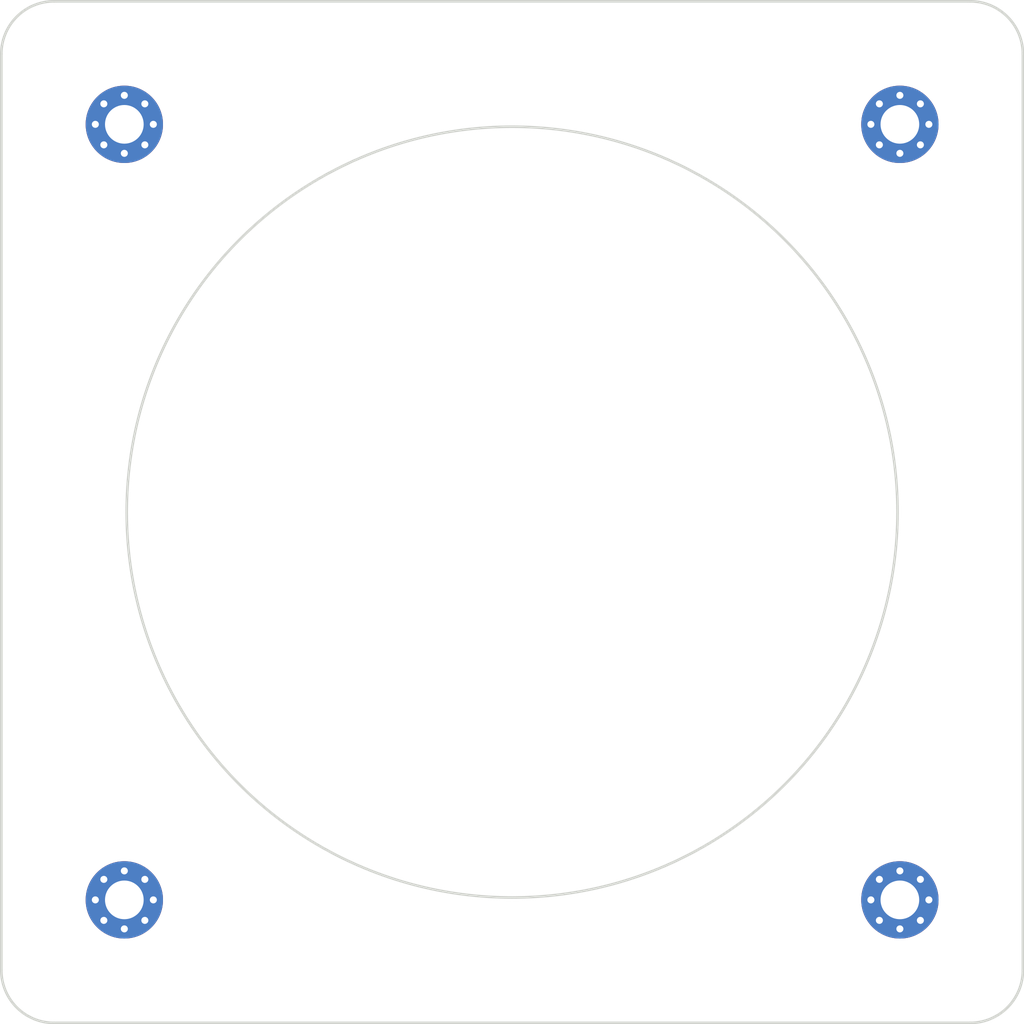
<source format=kicad_pcb>


(kicad_pcb (version 20171130) (host pcbnew 5.1.6)

  (page A3)
  (title_block
    (title "trackpad_cover")
    (rev "v1.0.0")
    (company "Unknown")
  )

  (general
    (thickness 1.6)
  )

  (layers
    (0 F.Cu signal)
    (31 B.Cu signal)
    (32 B.Adhes user)
    (33 F.Adhes user)
    (34 B.Paste user)
    (35 F.Paste user)
    (36 B.SilkS user)
    (37 F.SilkS user)
    (38 B.Mask user)
    (39 F.Mask user)
    (40 Dwgs.User user)
    (41 Cmts.User user)
    (42 Eco1.User user)
    (43 Eco2.User user)
    (44 Edge.Cuts user)
    (45 Margin user)
    (46 B.CrtYd user)
    (47 F.CrtYd user)
    (48 B.Fab user)
    (49 F.Fab user)
  )

  (setup
    (last_trace_width 0.25)
    (trace_clearance 0.2)
    (zone_clearance 0.508)
    (zone_45_only no)
    (trace_min 0.2)
    (via_size 0.8)
    (via_drill 0.4)
    (via_min_size 0.4)
    (via_min_drill 0.3)
    (uvia_size 0.3)
    (uvia_drill 0.1)
    (uvias_allowed no)
    (uvia_min_size 0.2)
    (uvia_min_drill 0.1)
    (edge_width 0.05)
    (segment_width 0.2)
    (pcb_text_width 0.3)
    (pcb_text_size 1.5 1.5)
    (mod_edge_width 0.12)
    (mod_text_size 1 1)
    (mod_text_width 0.15)
    (pad_size 1.524 1.524)
    (pad_drill 0.762)
    (pad_to_mask_clearance 0.05)
    (aux_axis_origin 0 0)
    (visible_elements FFFFFF7F)
    (pcbplotparams
      (layerselection 0x010fc_ffffffff)
      (usegerberextensions false)
      (usegerberattributes true)
      (usegerberadvancedattributes true)
      (creategerberjobfile true)
      (excludeedgelayer true)
      (linewidth 0.100000)
      (plotframeref false)
      (viasonmask false)
      (mode 1)
      (useauxorigin false)
      (hpglpennumber 1)
      (hpglpenspeed 20)
      (hpglpendiameter 15.000000)
      (psnegative false)
      (psa4output false)
      (plotreference true)
      (plotvalue true)
      (plotinvisibletext false)
      (padsonsilk false)
      (subtractmaskfromsilk false)
      (outputformat 1)
      (mirror false)
      (drillshape 1)
      (scaleselection 1)
      (outputdirectory ""))
  )

  (net 0 "")

  (net_class Default "This is the default net class."
    (clearance 0.2)
    (trace_width 0.25)
    (via_dia 0.8)
    (via_drill 0.4)
    (uvia_dia 0.3)
    (uvia_drill 0.1)
    (add_net "")
  )

  
    (module "MountingHole_2.2mm_M2_Pad_Via" (version 20210722) (generator pcbnew) (layer "F.Cu")
      (tedit 56DDB9C7)
      (at 160.75773900000002 218.6184817 0) 
    
      (fp_text reference "_1" (at 0 -3.2) (layer "F.SilkS") hide 
        (effects (font (size 1 1) (thickness 0.15)))
        (tstamp b68bb25c-687d-44b1-b966-dad4cac66b35)
      )
    
      (fp_circle (center 0 0) (end 2.45 0) (layer "F.CrtYd") (width 0.05) (fill none) (tstamp b2688462-c375-45d3-9095-3425fb17c88f))
      (pad "1" thru_hole circle locked (at 1.166726 1.166726) (size 0.7 0.7) (drill 0.4) (layers *.Cu *.Mask) (tstamp 2a7fc905-328f-4bbb-9222-ca8d15d03a86))
      (pad "1" thru_hole circle locked (at 0 0) (size 4.4 4.4) (drill 2.2) (layers *.Cu *.Mask) (tstamp 47ee1d53-0551-4b6d-bc24-3f3f14c73c36))
      (pad "1" thru_hole circle locked (at 0 1.65) (size 0.7 0.7) (drill 0.4) (layers *.Cu *.Mask) (tstamp 4eef65bc-4add-40d7-8319-14dcdbae0d44))
      (pad "1" thru_hole circle locked (at 1.166726 -1.166726) (size 0.7 0.7) (drill 0.4) (layers *.Cu *.Mask) (tstamp 56155f4d-2ebc-4ad4-8d82-7aa7846deba8))
      (pad "1" thru_hole circle locked (at -1.65 0) (size 0.7 0.7) (drill 0.4) (layers *.Cu *.Mask) (tstamp 787d6162-1d3c-4def-859e-6532ce27c1ef))
      (pad "1" thru_hole circle locked (at -1.166726 -1.166726) (size 0.7 0.7) (drill 0.4) (layers *.Cu *.Mask) (tstamp 8d699d12-7099-4814-bbe6-11bc74c6e8b2))
      (pad "1" thru_hole circle locked (at -1.166726 1.166726) (size 0.7 0.7) (drill 0.4) (layers *.Cu *.Mask) (tstamp 95ab0420-a56b-46ee-98ad-5072a1a93a6f))
      (pad "1" thru_hole circle locked (at 1.65 0) (size 0.7 0.7) (drill 0.4) (layers *.Cu *.Mask) (tstamp cde0acf2-b3b4-46de-9f6e-3ab519744000))
      (pad "1" thru_hole circle locked (at 0 -1.65) (size 0.7 0.7) (drill 0.4) (layers *.Cu *.Mask) (tstamp ff0de415-ae11-46fb-b780-c24aee621212))
    )

    (module "MountingHole_2.2mm_M2_Pad_Via" (version 20210722) (generator pcbnew) (layer "F.Cu")
      (tedit 56DDB9C7)
      (at 116.62773900000002 218.6184817 0) 
    
      (fp_text reference "_2" (at 0 -3.2) (layer "F.SilkS") hide 
        (effects (font (size 1 1) (thickness 0.15)))
        (tstamp b68bb25c-687d-44b1-b966-dad4cac66b35)
      )
    
      (fp_circle (center 0 0) (end 2.45 0) (layer "F.CrtYd") (width 0.05) (fill none) (tstamp b2688462-c375-45d3-9095-3425fb17c88f))
      (pad "1" thru_hole circle locked (at 1.166726 1.166726) (size 0.7 0.7) (drill 0.4) (layers *.Cu *.Mask) (tstamp 2a7fc905-328f-4bbb-9222-ca8d15d03a86))
      (pad "1" thru_hole circle locked (at 0 0) (size 4.4 4.4) (drill 2.2) (layers *.Cu *.Mask) (tstamp 47ee1d53-0551-4b6d-bc24-3f3f14c73c36))
      (pad "1" thru_hole circle locked (at 0 1.65) (size 0.7 0.7) (drill 0.4) (layers *.Cu *.Mask) (tstamp 4eef65bc-4add-40d7-8319-14dcdbae0d44))
      (pad "1" thru_hole circle locked (at 1.166726 -1.166726) (size 0.7 0.7) (drill 0.4) (layers *.Cu *.Mask) (tstamp 56155f4d-2ebc-4ad4-8d82-7aa7846deba8))
      (pad "1" thru_hole circle locked (at -1.65 0) (size 0.7 0.7) (drill 0.4) (layers *.Cu *.Mask) (tstamp 787d6162-1d3c-4def-859e-6532ce27c1ef))
      (pad "1" thru_hole circle locked (at -1.166726 -1.166726) (size 0.7 0.7) (drill 0.4) (layers *.Cu *.Mask) (tstamp 8d699d12-7099-4814-bbe6-11bc74c6e8b2))
      (pad "1" thru_hole circle locked (at -1.166726 1.166726) (size 0.7 0.7) (drill 0.4) (layers *.Cu *.Mask) (tstamp 95ab0420-a56b-46ee-98ad-5072a1a93a6f))
      (pad "1" thru_hole circle locked (at 1.65 0) (size 0.7 0.7) (drill 0.4) (layers *.Cu *.Mask) (tstamp cde0acf2-b3b4-46de-9f6e-3ab519744000))
      (pad "1" thru_hole circle locked (at 0 -1.65) (size 0.7 0.7) (drill 0.4) (layers *.Cu *.Mask) (tstamp ff0de415-ae11-46fb-b780-c24aee621212))
    )

    (module "MountingHole_2.2mm_M2_Pad_Via" (version 20210722) (generator pcbnew) (layer "F.Cu")
      (tedit 56DDB9C7)
      (at 160.75773900000002 262.74848169999996 0) 
    
      (fp_text reference "_3" (at 0 -3.2) (layer "F.SilkS") hide 
        (effects (font (size 1 1) (thickness 0.15)))
        (tstamp b68bb25c-687d-44b1-b966-dad4cac66b35)
      )
    
      (fp_circle (center 0 0) (end 2.45 0) (layer "F.CrtYd") (width 0.05) (fill none) (tstamp b2688462-c375-45d3-9095-3425fb17c88f))
      (pad "1" thru_hole circle locked (at 1.166726 1.166726) (size 0.7 0.7) (drill 0.4) (layers *.Cu *.Mask) (tstamp 2a7fc905-328f-4bbb-9222-ca8d15d03a86))
      (pad "1" thru_hole circle locked (at 0 0) (size 4.4 4.4) (drill 2.2) (layers *.Cu *.Mask) (tstamp 47ee1d53-0551-4b6d-bc24-3f3f14c73c36))
      (pad "1" thru_hole circle locked (at 0 1.65) (size 0.7 0.7) (drill 0.4) (layers *.Cu *.Mask) (tstamp 4eef65bc-4add-40d7-8319-14dcdbae0d44))
      (pad "1" thru_hole circle locked (at 1.166726 -1.166726) (size 0.7 0.7) (drill 0.4) (layers *.Cu *.Mask) (tstamp 56155f4d-2ebc-4ad4-8d82-7aa7846deba8))
      (pad "1" thru_hole circle locked (at -1.65 0) (size 0.7 0.7) (drill 0.4) (layers *.Cu *.Mask) (tstamp 787d6162-1d3c-4def-859e-6532ce27c1ef))
      (pad "1" thru_hole circle locked (at -1.166726 -1.166726) (size 0.7 0.7) (drill 0.4) (layers *.Cu *.Mask) (tstamp 8d699d12-7099-4814-bbe6-11bc74c6e8b2))
      (pad "1" thru_hole circle locked (at -1.166726 1.166726) (size 0.7 0.7) (drill 0.4) (layers *.Cu *.Mask) (tstamp 95ab0420-a56b-46ee-98ad-5072a1a93a6f))
      (pad "1" thru_hole circle locked (at 1.65 0) (size 0.7 0.7) (drill 0.4) (layers *.Cu *.Mask) (tstamp cde0acf2-b3b4-46de-9f6e-3ab519744000))
      (pad "1" thru_hole circle locked (at 0 -1.65) (size 0.7 0.7) (drill 0.4) (layers *.Cu *.Mask) (tstamp ff0de415-ae11-46fb-b780-c24aee621212))
    )

    (module "MountingHole_2.2mm_M2_Pad_Via" (version 20210722) (generator pcbnew) (layer "F.Cu")
      (tedit 56DDB9C7)
      (at 116.62773900000002 262.74848169999996 0) 
    
      (fp_text reference "_4" (at 0 -3.2) (layer "F.SilkS") hide 
        (effects (font (size 1 1) (thickness 0.15)))
        (tstamp b68bb25c-687d-44b1-b966-dad4cac66b35)
      )
    
      (fp_circle (center 0 0) (end 2.45 0) (layer "F.CrtYd") (width 0.05) (fill none) (tstamp b2688462-c375-45d3-9095-3425fb17c88f))
      (pad "1" thru_hole circle locked (at 1.166726 1.166726) (size 0.7 0.7) (drill 0.4) (layers *.Cu *.Mask) (tstamp 2a7fc905-328f-4bbb-9222-ca8d15d03a86))
      (pad "1" thru_hole circle locked (at 0 0) (size 4.4 4.4) (drill 2.2) (layers *.Cu *.Mask) (tstamp 47ee1d53-0551-4b6d-bc24-3f3f14c73c36))
      (pad "1" thru_hole circle locked (at 0 1.65) (size 0.7 0.7) (drill 0.4) (layers *.Cu *.Mask) (tstamp 4eef65bc-4add-40d7-8319-14dcdbae0d44))
      (pad "1" thru_hole circle locked (at 1.166726 -1.166726) (size 0.7 0.7) (drill 0.4) (layers *.Cu *.Mask) (tstamp 56155f4d-2ebc-4ad4-8d82-7aa7846deba8))
      (pad "1" thru_hole circle locked (at -1.65 0) (size 0.7 0.7) (drill 0.4) (layers *.Cu *.Mask) (tstamp 787d6162-1d3c-4def-859e-6532ce27c1ef))
      (pad "1" thru_hole circle locked (at -1.166726 -1.166726) (size 0.7 0.7) (drill 0.4) (layers *.Cu *.Mask) (tstamp 8d699d12-7099-4814-bbe6-11bc74c6e8b2))
      (pad "1" thru_hole circle locked (at -1.166726 1.166726) (size 0.7 0.7) (drill 0.4) (layers *.Cu *.Mask) (tstamp 95ab0420-a56b-46ee-98ad-5072a1a93a6f))
      (pad "1" thru_hole circle locked (at 1.65 0) (size 0.7 0.7) (drill 0.4) (layers *.Cu *.Mask) (tstamp cde0acf2-b3b4-46de-9f6e-3ab519744000))
      (pad "1" thru_hole circle locked (at 0 -1.65) (size 0.7 0.7) (drill 0.4) (layers *.Cu *.Mask) (tstamp ff0de415-ae11-46fb-b780-c24aee621212))
    )
  (gr_line (start 112.62773900000002 269.7484817) (end 164.75773900000002 269.7484817) (angle 90) (layer Edge.Cuts) (width 0.15))
(gr_arc (start 164.75773900000002 266.7484817) (end 164.75773900000002 269.7484817) (angle -90) (layer Edge.Cuts) (width 0.15))
(gr_line (start 167.75773900000002 266.7484817) (end 167.75773900000002 214.61848170000002) (angle 90) (layer Edge.Cuts) (width 0.15))
(gr_arc (start 164.75773900000002 214.61848170000002) (end 167.75773900000002 214.61848170000002) (angle -90) (layer Edge.Cuts) (width 0.15))
(gr_line (start 164.75773900000002 211.61848170000002) (end 112.62773900000002 211.61848170000002) (angle 90) (layer Edge.Cuts) (width 0.15))
(gr_arc (start 112.62773900000002 214.61848170000002) (end 112.62773900000002 211.61848170000002) (angle -90) (layer Edge.Cuts) (width 0.15))
(gr_line (start 109.62773900000002 214.61848170000002) (end 109.62773900000002 266.7484817) (angle 90) (layer Edge.Cuts) (width 0.15))
(gr_arc (start 112.62773900000002 266.7484817) (end 109.62773900000002 266.7484817) (angle -90) (layer Edge.Cuts) (width 0.15))
(gr_circle (center 138.69273900000002 240.6834817) (end 160.62273900000002 240.6834817) (layer Edge.Cuts) (width 0.15))

)


</source>
